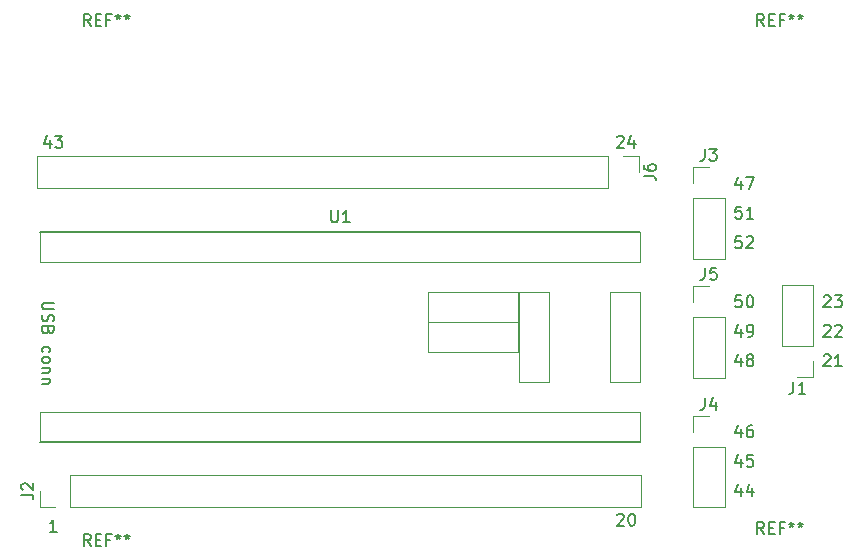
<source format=gbr>
%TF.GenerationSoftware,KiCad,Pcbnew,5.1.6-c6e7f7d~87~ubuntu20.04.1*%
%TF.CreationDate,2020-08-28T13:02:35+02:00*%
%TF.ProjectId,teensy adapter,7465656e-7379-4206-9164-61707465722e,rev?*%
%TF.SameCoordinates,Original*%
%TF.FileFunction,Legend,Top*%
%TF.FilePolarity,Positive*%
%FSLAX46Y46*%
G04 Gerber Fmt 4.6, Leading zero omitted, Abs format (unit mm)*
G04 Created by KiCad (PCBNEW 5.1.6-c6e7f7d~87~ubuntu20.04.1) date 2020-08-28 13:02:35*
%MOMM*%
%LPD*%
G01*
G04 APERTURE LIST*
%ADD10C,0.150000*%
%ADD11C,0.120000*%
G04 APERTURE END LIST*
D10*
X70547619Y-50071428D02*
X69738095Y-50071428D01*
X69642857Y-50119047D01*
X69595238Y-50166666D01*
X69547619Y-50261904D01*
X69547619Y-50452380D01*
X69595238Y-50547619D01*
X69642857Y-50595238D01*
X69738095Y-50642857D01*
X70547619Y-50642857D01*
X69595238Y-51071428D02*
X69547619Y-51214285D01*
X69547619Y-51452380D01*
X69595238Y-51547619D01*
X69642857Y-51595238D01*
X69738095Y-51642857D01*
X69833333Y-51642857D01*
X69928571Y-51595238D01*
X69976190Y-51547619D01*
X70023809Y-51452380D01*
X70071428Y-51261904D01*
X70119047Y-51166666D01*
X70166666Y-51119047D01*
X70261904Y-51071428D01*
X70357142Y-51071428D01*
X70452380Y-51119047D01*
X70500000Y-51166666D01*
X70547619Y-51261904D01*
X70547619Y-51500000D01*
X70500000Y-51642857D01*
X70071428Y-52404761D02*
X70023809Y-52547619D01*
X69976190Y-52595238D01*
X69880952Y-52642857D01*
X69738095Y-52642857D01*
X69642857Y-52595238D01*
X69595238Y-52547619D01*
X69547619Y-52452380D01*
X69547619Y-52071428D01*
X70547619Y-52071428D01*
X70547619Y-52404761D01*
X70500000Y-52500000D01*
X70452380Y-52547619D01*
X70357142Y-52595238D01*
X70261904Y-52595238D01*
X70166666Y-52547619D01*
X70119047Y-52500000D01*
X70071428Y-52404761D01*
X70071428Y-52071428D01*
X69595238Y-54261904D02*
X69547619Y-54166666D01*
X69547619Y-53976190D01*
X69595238Y-53880952D01*
X69642857Y-53833333D01*
X69738095Y-53785714D01*
X70023809Y-53785714D01*
X70119047Y-53833333D01*
X70166666Y-53880952D01*
X70214285Y-53976190D01*
X70214285Y-54166666D01*
X70166666Y-54261904D01*
X69547619Y-54833333D02*
X69595238Y-54738095D01*
X69642857Y-54690476D01*
X69738095Y-54642857D01*
X70023809Y-54642857D01*
X70119047Y-54690476D01*
X70166666Y-54738095D01*
X70214285Y-54833333D01*
X70214285Y-54976190D01*
X70166666Y-55071428D01*
X70119047Y-55119047D01*
X70023809Y-55166666D01*
X69738095Y-55166666D01*
X69642857Y-55119047D01*
X69595238Y-55071428D01*
X69547619Y-54976190D01*
X69547619Y-54833333D01*
X70214285Y-55595238D02*
X69547619Y-55595238D01*
X70119047Y-55595238D02*
X70166666Y-55642857D01*
X70214285Y-55738095D01*
X70214285Y-55880952D01*
X70166666Y-55976190D01*
X70071428Y-56023809D01*
X69547619Y-56023809D01*
X70214285Y-56500000D02*
X69547619Y-56500000D01*
X70119047Y-56500000D02*
X70166666Y-56547619D01*
X70214285Y-56642857D01*
X70214285Y-56785714D01*
X70166666Y-56880952D01*
X70071428Y-56928571D01*
X69547619Y-56928571D01*
X118238095Y-36047619D02*
X118285714Y-36000000D01*
X118380952Y-35952380D01*
X118619047Y-35952380D01*
X118714285Y-36000000D01*
X118761904Y-36047619D01*
X118809523Y-36142857D01*
X118809523Y-36238095D01*
X118761904Y-36380952D01*
X118190476Y-36952380D01*
X118809523Y-36952380D01*
X119666666Y-36285714D02*
X119666666Y-36952380D01*
X119428571Y-35904761D02*
X119190476Y-36619047D01*
X119809523Y-36619047D01*
X70214285Y-36285714D02*
X70214285Y-36952380D01*
X69976190Y-35904761D02*
X69738095Y-36619047D01*
X70357142Y-36619047D01*
X70642857Y-35952380D02*
X71261904Y-35952380D01*
X70928571Y-36333333D01*
X71071428Y-36333333D01*
X71166666Y-36380952D01*
X71214285Y-36428571D01*
X71261904Y-36523809D01*
X71261904Y-36761904D01*
X71214285Y-36857142D01*
X71166666Y-36904761D01*
X71071428Y-36952380D01*
X70785714Y-36952380D01*
X70690476Y-36904761D01*
X70642857Y-36857142D01*
X118238095Y-68047619D02*
X118285714Y-68000000D01*
X118380952Y-67952380D01*
X118619047Y-67952380D01*
X118714285Y-68000000D01*
X118761904Y-68047619D01*
X118809523Y-68142857D01*
X118809523Y-68238095D01*
X118761904Y-68380952D01*
X118190476Y-68952380D01*
X118809523Y-68952380D01*
X119428571Y-67952380D02*
X119523809Y-67952380D01*
X119619047Y-68000000D01*
X119666666Y-68047619D01*
X119714285Y-68142857D01*
X119761904Y-68333333D01*
X119761904Y-68571428D01*
X119714285Y-68761904D01*
X119666666Y-68857142D01*
X119619047Y-68904761D01*
X119523809Y-68952380D01*
X119428571Y-68952380D01*
X119333333Y-68904761D01*
X119285714Y-68857142D01*
X119238095Y-68761904D01*
X119190476Y-68571428D01*
X119190476Y-68333333D01*
X119238095Y-68142857D01*
X119285714Y-68047619D01*
X119333333Y-68000000D01*
X119428571Y-67952380D01*
X70785714Y-69452380D02*
X70214285Y-69452380D01*
X70500000Y-69452380D02*
X70500000Y-68452380D01*
X70404761Y-68595238D01*
X70309523Y-68690476D01*
X70214285Y-68738095D01*
X128714285Y-54785714D02*
X128714285Y-55452380D01*
X128476190Y-54404761D02*
X128238095Y-55119047D01*
X128857142Y-55119047D01*
X129380952Y-54880952D02*
X129285714Y-54833333D01*
X129238095Y-54785714D01*
X129190476Y-54690476D01*
X129190476Y-54642857D01*
X129238095Y-54547619D01*
X129285714Y-54500000D01*
X129380952Y-54452380D01*
X129571428Y-54452380D01*
X129666666Y-54500000D01*
X129714285Y-54547619D01*
X129761904Y-54642857D01*
X129761904Y-54690476D01*
X129714285Y-54785714D01*
X129666666Y-54833333D01*
X129571428Y-54880952D01*
X129380952Y-54880952D01*
X129285714Y-54928571D01*
X129238095Y-54976190D01*
X129190476Y-55071428D01*
X129190476Y-55261904D01*
X129238095Y-55357142D01*
X129285714Y-55404761D01*
X129380952Y-55452380D01*
X129571428Y-55452380D01*
X129666666Y-55404761D01*
X129714285Y-55357142D01*
X129761904Y-55261904D01*
X129761904Y-55071428D01*
X129714285Y-54976190D01*
X129666666Y-54928571D01*
X129571428Y-54880952D01*
X128714285Y-52285714D02*
X128714285Y-52952380D01*
X128476190Y-51904761D02*
X128238095Y-52619047D01*
X128857142Y-52619047D01*
X129285714Y-52952380D02*
X129476190Y-52952380D01*
X129571428Y-52904761D01*
X129619047Y-52857142D01*
X129714285Y-52714285D01*
X129761904Y-52523809D01*
X129761904Y-52142857D01*
X129714285Y-52047619D01*
X129666666Y-52000000D01*
X129571428Y-51952380D01*
X129380952Y-51952380D01*
X129285714Y-52000000D01*
X129238095Y-52047619D01*
X129190476Y-52142857D01*
X129190476Y-52380952D01*
X129238095Y-52476190D01*
X129285714Y-52523809D01*
X129380952Y-52571428D01*
X129571428Y-52571428D01*
X129666666Y-52523809D01*
X129714285Y-52476190D01*
X129761904Y-52380952D01*
X128761904Y-49452380D02*
X128285714Y-49452380D01*
X128238095Y-49928571D01*
X128285714Y-49880952D01*
X128380952Y-49833333D01*
X128619047Y-49833333D01*
X128714285Y-49880952D01*
X128761904Y-49928571D01*
X128809523Y-50023809D01*
X128809523Y-50261904D01*
X128761904Y-50357142D01*
X128714285Y-50404761D01*
X128619047Y-50452380D01*
X128380952Y-50452380D01*
X128285714Y-50404761D01*
X128238095Y-50357142D01*
X129428571Y-49452380D02*
X129523809Y-49452380D01*
X129619047Y-49500000D01*
X129666666Y-49547619D01*
X129714285Y-49642857D01*
X129761904Y-49833333D01*
X129761904Y-50071428D01*
X129714285Y-50261904D01*
X129666666Y-50357142D01*
X129619047Y-50404761D01*
X129523809Y-50452380D01*
X129428571Y-50452380D01*
X129333333Y-50404761D01*
X129285714Y-50357142D01*
X129238095Y-50261904D01*
X129190476Y-50071428D01*
X129190476Y-49833333D01*
X129238095Y-49642857D01*
X129285714Y-49547619D01*
X129333333Y-49500000D01*
X129428571Y-49452380D01*
X135738095Y-54547619D02*
X135785714Y-54500000D01*
X135880952Y-54452380D01*
X136119047Y-54452380D01*
X136214285Y-54500000D01*
X136261904Y-54547619D01*
X136309523Y-54642857D01*
X136309523Y-54738095D01*
X136261904Y-54880952D01*
X135690476Y-55452380D01*
X136309523Y-55452380D01*
X137261904Y-55452380D02*
X136690476Y-55452380D01*
X136976190Y-55452380D02*
X136976190Y-54452380D01*
X136880952Y-54595238D01*
X136785714Y-54690476D01*
X136690476Y-54738095D01*
X135738095Y-52047619D02*
X135785714Y-52000000D01*
X135880952Y-51952380D01*
X136119047Y-51952380D01*
X136214285Y-52000000D01*
X136261904Y-52047619D01*
X136309523Y-52142857D01*
X136309523Y-52238095D01*
X136261904Y-52380952D01*
X135690476Y-52952380D01*
X136309523Y-52952380D01*
X136690476Y-52047619D02*
X136738095Y-52000000D01*
X136833333Y-51952380D01*
X137071428Y-51952380D01*
X137166666Y-52000000D01*
X137214285Y-52047619D01*
X137261904Y-52142857D01*
X137261904Y-52238095D01*
X137214285Y-52380952D01*
X136642857Y-52952380D01*
X137261904Y-52952380D01*
X135738095Y-49547619D02*
X135785714Y-49500000D01*
X135880952Y-49452380D01*
X136119047Y-49452380D01*
X136214285Y-49500000D01*
X136261904Y-49547619D01*
X136309523Y-49642857D01*
X136309523Y-49738095D01*
X136261904Y-49880952D01*
X135690476Y-50452380D01*
X136309523Y-50452380D01*
X136642857Y-49452380D02*
X137261904Y-49452380D01*
X136928571Y-49833333D01*
X137071428Y-49833333D01*
X137166666Y-49880952D01*
X137214285Y-49928571D01*
X137261904Y-50023809D01*
X137261904Y-50261904D01*
X137214285Y-50357142D01*
X137166666Y-50404761D01*
X137071428Y-50452380D01*
X136785714Y-50452380D01*
X136690476Y-50404761D01*
X136642857Y-50357142D01*
X128761904Y-44452380D02*
X128285714Y-44452380D01*
X128238095Y-44928571D01*
X128285714Y-44880952D01*
X128380952Y-44833333D01*
X128619047Y-44833333D01*
X128714285Y-44880952D01*
X128761904Y-44928571D01*
X128809523Y-45023809D01*
X128809523Y-45261904D01*
X128761904Y-45357142D01*
X128714285Y-45404761D01*
X128619047Y-45452380D01*
X128380952Y-45452380D01*
X128285714Y-45404761D01*
X128238095Y-45357142D01*
X129190476Y-44547619D02*
X129238095Y-44500000D01*
X129333333Y-44452380D01*
X129571428Y-44452380D01*
X129666666Y-44500000D01*
X129714285Y-44547619D01*
X129761904Y-44642857D01*
X129761904Y-44738095D01*
X129714285Y-44880952D01*
X129142857Y-45452380D01*
X129761904Y-45452380D01*
X128761904Y-41952380D02*
X128285714Y-41952380D01*
X128238095Y-42428571D01*
X128285714Y-42380952D01*
X128380952Y-42333333D01*
X128619047Y-42333333D01*
X128714285Y-42380952D01*
X128761904Y-42428571D01*
X128809523Y-42523809D01*
X128809523Y-42761904D01*
X128761904Y-42857142D01*
X128714285Y-42904761D01*
X128619047Y-42952380D01*
X128380952Y-42952380D01*
X128285714Y-42904761D01*
X128238095Y-42857142D01*
X129761904Y-42952380D02*
X129190476Y-42952380D01*
X129476190Y-42952380D02*
X129476190Y-41952380D01*
X129380952Y-42095238D01*
X129285714Y-42190476D01*
X129190476Y-42238095D01*
X128714285Y-39785714D02*
X128714285Y-40452380D01*
X128476190Y-39404761D02*
X128238095Y-40119047D01*
X128857142Y-40119047D01*
X129142857Y-39452380D02*
X129809523Y-39452380D01*
X129380952Y-40452380D01*
X128714285Y-60785714D02*
X128714285Y-61452380D01*
X128476190Y-60404761D02*
X128238095Y-61119047D01*
X128857142Y-61119047D01*
X129666666Y-60452380D02*
X129476190Y-60452380D01*
X129380952Y-60500000D01*
X129333333Y-60547619D01*
X129238095Y-60690476D01*
X129190476Y-60880952D01*
X129190476Y-61261904D01*
X129238095Y-61357142D01*
X129285714Y-61404761D01*
X129380952Y-61452380D01*
X129571428Y-61452380D01*
X129666666Y-61404761D01*
X129714285Y-61357142D01*
X129761904Y-61261904D01*
X129761904Y-61023809D01*
X129714285Y-60928571D01*
X129666666Y-60880952D01*
X129571428Y-60833333D01*
X129380952Y-60833333D01*
X129285714Y-60880952D01*
X129238095Y-60928571D01*
X129190476Y-61023809D01*
X128714285Y-63285714D02*
X128714285Y-63952380D01*
X128476190Y-62904761D02*
X128238095Y-63619047D01*
X128857142Y-63619047D01*
X129714285Y-62952380D02*
X129238095Y-62952380D01*
X129190476Y-63428571D01*
X129238095Y-63380952D01*
X129333333Y-63333333D01*
X129571428Y-63333333D01*
X129666666Y-63380952D01*
X129714285Y-63428571D01*
X129761904Y-63523809D01*
X129761904Y-63761904D01*
X129714285Y-63857142D01*
X129666666Y-63904761D01*
X129571428Y-63952380D01*
X129333333Y-63952380D01*
X129238095Y-63904761D01*
X129190476Y-63857142D01*
X128714285Y-65785714D02*
X128714285Y-66452380D01*
X128476190Y-65404761D02*
X128238095Y-66119047D01*
X128857142Y-66119047D01*
X129666666Y-65785714D02*
X129666666Y-66452380D01*
X129428571Y-65404761D02*
X129190476Y-66119047D01*
X129809523Y-66119047D01*
D11*
%TO.C,J2*%
X69350000Y-67330000D02*
X69350000Y-66000000D01*
X70680000Y-67330000D02*
X69350000Y-67330000D01*
X71950000Y-67330000D02*
X71950000Y-64670000D01*
X71950000Y-64670000D02*
X120270000Y-64670000D01*
X71950000Y-67330000D02*
X120270000Y-67330000D01*
X120270000Y-67330000D02*
X120270000Y-64670000D01*
%TO.C,J3*%
X124670000Y-38590000D02*
X126000000Y-38590000D01*
X124670000Y-39920000D02*
X124670000Y-38590000D01*
X124670000Y-41190000D02*
X127330000Y-41190000D01*
X127330000Y-41190000D02*
X127330000Y-46330000D01*
X124670000Y-41190000D02*
X124670000Y-46330000D01*
X124670000Y-46330000D02*
X127330000Y-46330000D01*
%TO.C,J4*%
X124670000Y-59670000D02*
X126000000Y-59670000D01*
X124670000Y-61000000D02*
X124670000Y-59670000D01*
X124670000Y-62270000D02*
X127330000Y-62270000D01*
X127330000Y-62270000D02*
X127330000Y-67410000D01*
X124670000Y-62270000D02*
X124670000Y-67410000D01*
X124670000Y-67410000D02*
X127330000Y-67410000D01*
%TO.C,J5*%
X124670000Y-56410000D02*
X127330000Y-56410000D01*
X124670000Y-51270000D02*
X124670000Y-56410000D01*
X127330000Y-51270000D02*
X127330000Y-56410000D01*
X124670000Y-51270000D02*
X127330000Y-51270000D01*
X124670000Y-50000000D02*
X124670000Y-48670000D01*
X124670000Y-48670000D02*
X126000000Y-48670000D01*
%TO.C,J6*%
X69130000Y-37670000D02*
X69130000Y-40330000D01*
X117450000Y-37670000D02*
X69130000Y-37670000D01*
X117450000Y-40330000D02*
X69130000Y-40330000D01*
X117450000Y-37670000D02*
X117450000Y-40330000D01*
X118720000Y-37670000D02*
X120050000Y-37670000D01*
X120050000Y-37670000D02*
X120050000Y-39000000D01*
%TO.C,U1*%
X109885000Y-51665000D02*
X102265000Y-51665000D01*
X109885000Y-54205000D02*
X102265000Y-54205000D01*
X109885000Y-51665000D02*
X109885000Y-54205000D01*
X102265000Y-54205000D02*
X102265000Y-51665000D01*
X109885000Y-49165000D02*
X102265000Y-49165000D01*
X109885000Y-51705000D02*
X102265000Y-51705000D01*
X109885000Y-49165000D02*
X109885000Y-51705000D01*
X102265000Y-51705000D02*
X102265000Y-49165000D01*
X112475000Y-56775000D02*
X112475000Y-49155000D01*
X109935000Y-56775000D02*
X109935000Y-49155000D01*
X112475000Y-56775000D02*
X109935000Y-56775000D01*
X109935000Y-49155000D02*
X112475000Y-49155000D01*
D10*
X120175000Y-61855000D02*
X69375000Y-61855000D01*
X69375000Y-44075000D02*
X120175000Y-44075000D01*
D11*
X120175000Y-44075000D02*
X120175000Y-46615000D01*
X120175000Y-46615000D02*
X69375000Y-46615000D01*
X69375000Y-46615000D02*
X69375000Y-44075000D01*
X69375000Y-61855000D02*
X69375000Y-59315000D01*
X69375000Y-59315000D02*
X120175000Y-59315000D01*
X120175000Y-61855000D02*
X120175000Y-59315000D01*
X120175000Y-56775000D02*
X117635000Y-56775000D01*
X117635000Y-56775000D02*
X117635000Y-49155000D01*
X117635000Y-49155000D02*
X120175000Y-49155000D01*
X120175000Y-56775000D02*
X120175000Y-49155000D01*
%TO.C,J1*%
X134830000Y-56330000D02*
X133500000Y-56330000D01*
X134830000Y-55000000D02*
X134830000Y-56330000D01*
X134830000Y-53730000D02*
X132170000Y-53730000D01*
X132170000Y-53730000D02*
X132170000Y-48590000D01*
X134830000Y-53730000D02*
X134830000Y-48590000D01*
X134830000Y-48590000D02*
X132170000Y-48590000D01*
%TO.C,REF\u002A\u002A*%
D10*
X130666666Y-26652380D02*
X130333333Y-26176190D01*
X130095238Y-26652380D02*
X130095238Y-25652380D01*
X130476190Y-25652380D01*
X130571428Y-25700000D01*
X130619047Y-25747619D01*
X130666666Y-25842857D01*
X130666666Y-25985714D01*
X130619047Y-26080952D01*
X130571428Y-26128571D01*
X130476190Y-26176190D01*
X130095238Y-26176190D01*
X131095238Y-26128571D02*
X131428571Y-26128571D01*
X131571428Y-26652380D02*
X131095238Y-26652380D01*
X131095238Y-25652380D01*
X131571428Y-25652380D01*
X132333333Y-26128571D02*
X132000000Y-26128571D01*
X132000000Y-26652380D02*
X132000000Y-25652380D01*
X132476190Y-25652380D01*
X133000000Y-25652380D02*
X133000000Y-25890476D01*
X132761904Y-25795238D02*
X133000000Y-25890476D01*
X133238095Y-25795238D01*
X132857142Y-26080952D02*
X133000000Y-25890476D01*
X133142857Y-26080952D01*
X133761904Y-25652380D02*
X133761904Y-25890476D01*
X133523809Y-25795238D02*
X133761904Y-25890476D01*
X134000000Y-25795238D01*
X133619047Y-26080952D02*
X133761904Y-25890476D01*
X133904761Y-26080952D01*
X130666666Y-69652380D02*
X130333333Y-69176190D01*
X130095238Y-69652380D02*
X130095238Y-68652380D01*
X130476190Y-68652380D01*
X130571428Y-68700000D01*
X130619047Y-68747619D01*
X130666666Y-68842857D01*
X130666666Y-68985714D01*
X130619047Y-69080952D01*
X130571428Y-69128571D01*
X130476190Y-69176190D01*
X130095238Y-69176190D01*
X131095238Y-69128571D02*
X131428571Y-69128571D01*
X131571428Y-69652380D02*
X131095238Y-69652380D01*
X131095238Y-68652380D01*
X131571428Y-68652380D01*
X132333333Y-69128571D02*
X132000000Y-69128571D01*
X132000000Y-69652380D02*
X132000000Y-68652380D01*
X132476190Y-68652380D01*
X133000000Y-68652380D02*
X133000000Y-68890476D01*
X132761904Y-68795238D02*
X133000000Y-68890476D01*
X133238095Y-68795238D01*
X132857142Y-69080952D02*
X133000000Y-68890476D01*
X133142857Y-69080952D01*
X133761904Y-68652380D02*
X133761904Y-68890476D01*
X133523809Y-68795238D02*
X133761904Y-68890476D01*
X134000000Y-68795238D01*
X133619047Y-69080952D02*
X133761904Y-68890476D01*
X133904761Y-69080952D01*
X73666666Y-70652380D02*
X73333333Y-70176190D01*
X73095238Y-70652380D02*
X73095238Y-69652380D01*
X73476190Y-69652380D01*
X73571428Y-69700000D01*
X73619047Y-69747619D01*
X73666666Y-69842857D01*
X73666666Y-69985714D01*
X73619047Y-70080952D01*
X73571428Y-70128571D01*
X73476190Y-70176190D01*
X73095238Y-70176190D01*
X74095238Y-70128571D02*
X74428571Y-70128571D01*
X74571428Y-70652380D02*
X74095238Y-70652380D01*
X74095238Y-69652380D01*
X74571428Y-69652380D01*
X75333333Y-70128571D02*
X75000000Y-70128571D01*
X75000000Y-70652380D02*
X75000000Y-69652380D01*
X75476190Y-69652380D01*
X76000000Y-69652380D02*
X76000000Y-69890476D01*
X75761904Y-69795238D02*
X76000000Y-69890476D01*
X76238095Y-69795238D01*
X75857142Y-70080952D02*
X76000000Y-69890476D01*
X76142857Y-70080952D01*
X76761904Y-69652380D02*
X76761904Y-69890476D01*
X76523809Y-69795238D02*
X76761904Y-69890476D01*
X77000000Y-69795238D01*
X76619047Y-70080952D02*
X76761904Y-69890476D01*
X76904761Y-70080952D01*
X73666666Y-26652380D02*
X73333333Y-26176190D01*
X73095238Y-26652380D02*
X73095238Y-25652380D01*
X73476190Y-25652380D01*
X73571428Y-25700000D01*
X73619047Y-25747619D01*
X73666666Y-25842857D01*
X73666666Y-25985714D01*
X73619047Y-26080952D01*
X73571428Y-26128571D01*
X73476190Y-26176190D01*
X73095238Y-26176190D01*
X74095238Y-26128571D02*
X74428571Y-26128571D01*
X74571428Y-26652380D02*
X74095238Y-26652380D01*
X74095238Y-25652380D01*
X74571428Y-25652380D01*
X75333333Y-26128571D02*
X75000000Y-26128571D01*
X75000000Y-26652380D02*
X75000000Y-25652380D01*
X75476190Y-25652380D01*
X76000000Y-25652380D02*
X76000000Y-25890476D01*
X75761904Y-25795238D02*
X76000000Y-25890476D01*
X76238095Y-25795238D01*
X75857142Y-26080952D02*
X76000000Y-25890476D01*
X76142857Y-26080952D01*
X76761904Y-25652380D02*
X76761904Y-25890476D01*
X76523809Y-25795238D02*
X76761904Y-25890476D01*
X77000000Y-25795238D01*
X76619047Y-26080952D02*
X76761904Y-25890476D01*
X76904761Y-26080952D01*
%TO.C,J2*%
X67802380Y-66333333D02*
X68516666Y-66333333D01*
X68659523Y-66380952D01*
X68754761Y-66476190D01*
X68802380Y-66619047D01*
X68802380Y-66714285D01*
X67897619Y-65904761D02*
X67850000Y-65857142D01*
X67802380Y-65761904D01*
X67802380Y-65523809D01*
X67850000Y-65428571D01*
X67897619Y-65380952D01*
X67992857Y-65333333D01*
X68088095Y-65333333D01*
X68230952Y-65380952D01*
X68802380Y-65952380D01*
X68802380Y-65333333D01*
%TO.C,J3*%
X125666666Y-37042380D02*
X125666666Y-37756666D01*
X125619047Y-37899523D01*
X125523809Y-37994761D01*
X125380952Y-38042380D01*
X125285714Y-38042380D01*
X126047619Y-37042380D02*
X126666666Y-37042380D01*
X126333333Y-37423333D01*
X126476190Y-37423333D01*
X126571428Y-37470952D01*
X126619047Y-37518571D01*
X126666666Y-37613809D01*
X126666666Y-37851904D01*
X126619047Y-37947142D01*
X126571428Y-37994761D01*
X126476190Y-38042380D01*
X126190476Y-38042380D01*
X126095238Y-37994761D01*
X126047619Y-37947142D01*
%TO.C,J4*%
X125666666Y-58122380D02*
X125666666Y-58836666D01*
X125619047Y-58979523D01*
X125523809Y-59074761D01*
X125380952Y-59122380D01*
X125285714Y-59122380D01*
X126571428Y-58455714D02*
X126571428Y-59122380D01*
X126333333Y-58074761D02*
X126095238Y-58789047D01*
X126714285Y-58789047D01*
%TO.C,J5*%
X125666666Y-47122380D02*
X125666666Y-47836666D01*
X125619047Y-47979523D01*
X125523809Y-48074761D01*
X125380952Y-48122380D01*
X125285714Y-48122380D01*
X126619047Y-47122380D02*
X126142857Y-47122380D01*
X126095238Y-47598571D01*
X126142857Y-47550952D01*
X126238095Y-47503333D01*
X126476190Y-47503333D01*
X126571428Y-47550952D01*
X126619047Y-47598571D01*
X126666666Y-47693809D01*
X126666666Y-47931904D01*
X126619047Y-48027142D01*
X126571428Y-48074761D01*
X126476190Y-48122380D01*
X126238095Y-48122380D01*
X126142857Y-48074761D01*
X126095238Y-48027142D01*
%TO.C,J6*%
X120502380Y-39333333D02*
X121216666Y-39333333D01*
X121359523Y-39380952D01*
X121454761Y-39476190D01*
X121502380Y-39619047D01*
X121502380Y-39714285D01*
X120502380Y-38428571D02*
X120502380Y-38619047D01*
X120550000Y-38714285D01*
X120597619Y-38761904D01*
X120740476Y-38857142D01*
X120930952Y-38904761D01*
X121311904Y-38904761D01*
X121407142Y-38857142D01*
X121454761Y-38809523D01*
X121502380Y-38714285D01*
X121502380Y-38523809D01*
X121454761Y-38428571D01*
X121407142Y-38380952D01*
X121311904Y-38333333D01*
X121073809Y-38333333D01*
X120978571Y-38380952D01*
X120930952Y-38428571D01*
X120883333Y-38523809D01*
X120883333Y-38714285D01*
X120930952Y-38809523D01*
X120978571Y-38857142D01*
X121073809Y-38904761D01*
%TO.C,U1*%
X94013095Y-42257380D02*
X94013095Y-43066904D01*
X94060714Y-43162142D01*
X94108333Y-43209761D01*
X94203571Y-43257380D01*
X94394047Y-43257380D01*
X94489285Y-43209761D01*
X94536904Y-43162142D01*
X94584523Y-43066904D01*
X94584523Y-42257380D01*
X95584523Y-43257380D02*
X95013095Y-43257380D01*
X95298809Y-43257380D02*
X95298809Y-42257380D01*
X95203571Y-42400238D01*
X95108333Y-42495476D01*
X95013095Y-42543095D01*
%TO.C,J1*%
X133166666Y-56782380D02*
X133166666Y-57496666D01*
X133119047Y-57639523D01*
X133023809Y-57734761D01*
X132880952Y-57782380D01*
X132785714Y-57782380D01*
X134166666Y-57782380D02*
X133595238Y-57782380D01*
X133880952Y-57782380D02*
X133880952Y-56782380D01*
X133785714Y-56925238D01*
X133690476Y-57020476D01*
X133595238Y-57068095D01*
%TD*%
M02*

</source>
